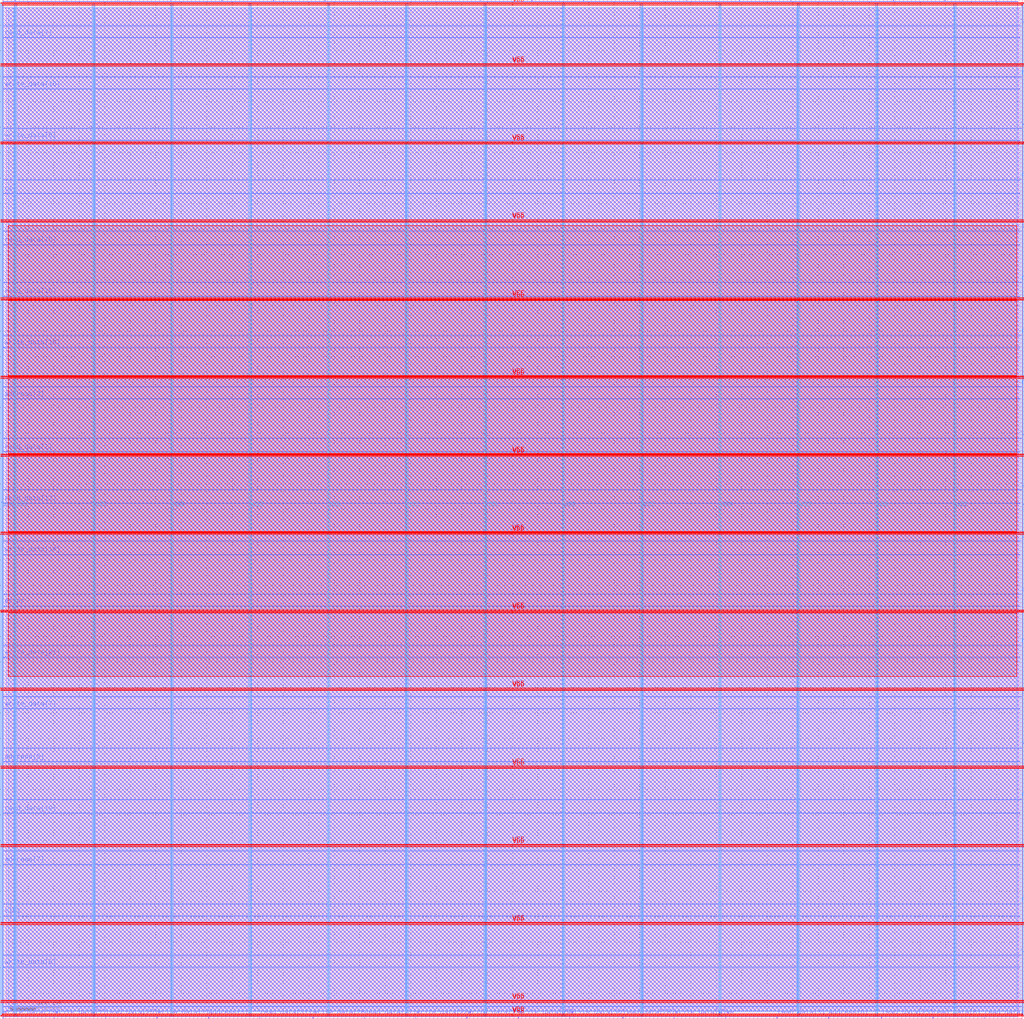
<source format=lef>
VERSION 5.7 ;
  NOWIREEXTENSIONATPIN ON ;
  DIVIDERCHAR "/" ;
  BUSBITCHARS "[]" ;
MACRO top_tukka_proj
  CLASS BLOCK ;
  FOREIGN top_tukka_proj ;
  ORIGIN 0.000 0.000 ;
  SIZE 2000.000 BY 2000.000 ;
  PIN VDD
    DIRECTION INOUT ;
    USE POWER ;
    PORT
      LAYER Metal4 ;
        RECT -0.880 8.080 0.720 1991.120 ;
    END
    PORT
      LAYER Metal5 ;
        RECT -0.880 8.080 2000.640 9.680 ;
    END
    PORT
      LAYER Metal5 ;
        RECT -0.880 1989.520 2000.640 1991.120 ;
    END
    PORT
      LAYER Metal4 ;
        RECT 1999.040 8.080 2000.640 1991.120 ;
    END
    PORT
      LAYER Metal4 ;
        RECT 22.240 4.780 23.840 1994.420 ;
    END
    PORT
      LAYER Metal4 ;
        RECT 175.840 4.780 177.440 1994.420 ;
    END
    PORT
      LAYER Metal4 ;
        RECT 329.440 4.780 331.040 1994.420 ;
    END
    PORT
      LAYER Metal4 ;
        RECT 483.040 4.780 484.640 1994.420 ;
    END
    PORT
      LAYER Metal4 ;
        RECT 636.640 4.780 638.240 1994.420 ;
    END
    PORT
      LAYER Metal4 ;
        RECT 790.240 4.780 791.840 1994.420 ;
    END
    PORT
      LAYER Metal4 ;
        RECT 943.840 4.780 945.440 1994.420 ;
    END
    PORT
      LAYER Metal4 ;
        RECT 1097.440 4.780 1099.040 1994.420 ;
    END
    PORT
      LAYER Metal4 ;
        RECT 1251.040 4.780 1252.640 1994.420 ;
    END
    PORT
      LAYER Metal4 ;
        RECT 1404.640 4.780 1406.240 1994.420 ;
    END
    PORT
      LAYER Metal4 ;
        RECT 1558.240 4.780 1559.840 1994.420 ;
    END
    PORT
      LAYER Metal4 ;
        RECT 1711.840 4.780 1713.440 1994.420 ;
    END
    PORT
      LAYER Metal4 ;
        RECT 1865.440 4.780 1867.040 1994.420 ;
    END
    PORT
      LAYER Metal5 ;
        RECT -4.180 31.530 2003.940 33.130 ;
    END
    PORT
      LAYER Metal5 ;
        RECT -4.180 184.710 2003.940 186.310 ;
    END
    PORT
      LAYER Metal5 ;
        RECT -4.180 337.890 2003.940 339.490 ;
    END
    PORT
      LAYER Metal5 ;
        RECT -4.180 491.070 2003.940 492.670 ;
    END
    PORT
      LAYER Metal5 ;
        RECT -4.180 644.250 2003.940 645.850 ;
    END
    PORT
      LAYER Metal5 ;
        RECT -4.180 797.430 2003.940 799.030 ;
    END
    PORT
      LAYER Metal5 ;
        RECT -4.180 950.610 2003.940 952.210 ;
    END
    PORT
      LAYER Metal5 ;
        RECT -4.180 1103.790 2003.940 1105.390 ;
    END
    PORT
      LAYER Metal5 ;
        RECT -4.180 1256.970 2003.940 1258.570 ;
    END
    PORT
      LAYER Metal5 ;
        RECT -4.180 1410.150 2003.940 1411.750 ;
    END
    PORT
      LAYER Metal5 ;
        RECT -4.180 1563.330 2003.940 1564.930 ;
    END
    PORT
      LAYER Metal5 ;
        RECT -4.180 1716.510 2003.940 1718.110 ;
    END
    PORT
      LAYER Metal5 ;
        RECT -4.180 1869.690 2003.940 1871.290 ;
    END
  END VDD
  PIN VSS
    DIRECTION INOUT ;
    USE GROUND ;
    PORT
      LAYER Metal4 ;
        RECT -4.180 4.780 -2.580 1994.420 ;
    END
    PORT
      LAYER Metal5 ;
        RECT -4.180 4.780 2003.940 6.380 ;
    END
    PORT
      LAYER Metal5 ;
        RECT -4.180 1992.820 2003.940 1994.420 ;
    END
    PORT
      LAYER Metal4 ;
        RECT 2002.340 4.780 2003.940 1994.420 ;
    END
    PORT
      LAYER Metal4 ;
        RECT 25.540 4.780 27.140 1994.420 ;
    END
    PORT
      LAYER Metal4 ;
        RECT 179.140 4.780 180.740 1994.420 ;
    END
    PORT
      LAYER Metal4 ;
        RECT 332.740 4.780 334.340 1994.420 ;
    END
    PORT
      LAYER Metal4 ;
        RECT 486.340 4.780 487.940 1994.420 ;
    END
    PORT
      LAYER Metal4 ;
        RECT 639.940 4.780 641.540 1994.420 ;
    END
    PORT
      LAYER Metal4 ;
        RECT 793.540 4.780 795.140 1994.420 ;
    END
    PORT
      LAYER Metal4 ;
        RECT 947.140 4.780 948.740 1994.420 ;
    END
    PORT
      LAYER Metal4 ;
        RECT 1100.740 4.780 1102.340 1994.420 ;
    END
    PORT
      LAYER Metal4 ;
        RECT 1254.340 4.780 1255.940 1994.420 ;
    END
    PORT
      LAYER Metal4 ;
        RECT 1407.940 4.780 1409.540 1994.420 ;
    END
    PORT
      LAYER Metal4 ;
        RECT 1561.540 4.780 1563.140 1994.420 ;
    END
    PORT
      LAYER Metal4 ;
        RECT 1715.140 4.780 1716.740 1994.420 ;
    END
    PORT
      LAYER Metal4 ;
        RECT 1868.740 4.780 1870.340 1994.420 ;
    END
    PORT
      LAYER Metal5 ;
        RECT -4.180 34.830 2003.940 36.430 ;
    END
    PORT
      LAYER Metal5 ;
        RECT -4.180 188.010 2003.940 189.610 ;
    END
    PORT
      LAYER Metal5 ;
        RECT -4.180 341.190 2003.940 342.790 ;
    END
    PORT
      LAYER Metal5 ;
        RECT -4.180 494.370 2003.940 495.970 ;
    END
    PORT
      LAYER Metal5 ;
        RECT -4.180 647.550 2003.940 649.150 ;
    END
    PORT
      LAYER Metal5 ;
        RECT -4.180 800.730 2003.940 802.330 ;
    END
    PORT
      LAYER Metal5 ;
        RECT -4.180 953.910 2003.940 955.510 ;
    END
    PORT
      LAYER Metal5 ;
        RECT -4.180 1107.090 2003.940 1108.690 ;
    END
    PORT
      LAYER Metal5 ;
        RECT -4.180 1260.270 2003.940 1261.870 ;
    END
    PORT
      LAYER Metal5 ;
        RECT -4.180 1413.450 2003.940 1415.050 ;
    END
    PORT
      LAYER Metal5 ;
        RECT -4.180 1566.630 2003.940 1568.230 ;
    END
    PORT
      LAYER Metal5 ;
        RECT -4.180 1719.810 2003.940 1721.410 ;
    END
    PORT
      LAYER Metal5 ;
        RECT -4.180 1872.990 2003.940 1874.590 ;
    END
  END VSS
  PIN address[0]
    DIRECTION INPUT ;
    USE SIGNAL ;
    PORT
      LAYER Metal3 ;
        RECT 1996.000 1545.600 1999.000 1546.160 ;
    END
  END address[0]
  PIN address[1]
    DIRECTION INPUT ;
    USE SIGNAL ;
    PORT
      LAYER Metal2 ;
        RECT 1139.040 1996.000 1139.600 1999.000 ;
    END
  END address[1]
  PIN address[2]
    DIRECTION INPUT ;
    USE SIGNAL ;
    PORT
      LAYER Metal3 ;
        RECT 1.000 1216.320 4.000 1216.880 ;
    END
  END address[2]
  PIN address[3]
    DIRECTION INPUT ;
    USE SIGNAL ;
    PORT
      LAYER Metal2 ;
        RECT 403.200 1.000 403.760 4.000 ;
    END
  END address[3]
  PIN address[4]
    DIRECTION INPUT ;
    USE SIGNAL ;
    PORT
      LAYER Metal3 ;
        RECT 1996.000 530.880 1999.000 531.440 ;
    END
  END address[4]
  PIN address[5]
    DIRECTION INPUT ;
    USE SIGNAL ;
    PORT
      LAYER Metal3 ;
        RECT 1.000 504.000 4.000 504.560 ;
    END
  END address[5]
  PIN address[6]
    DIRECTION INPUT ;
    USE SIGNAL ;
    PORT
      LAYER Metal2 ;
        RECT 1619.520 1.000 1620.080 4.000 ;
    END
  END address[6]
  PIN address[7]
    DIRECTION INPUT ;
    USE SIGNAL ;
    PORT
      LAYER Metal3 ;
        RECT 1.000 302.400 4.000 302.960 ;
    END
  END address[7]
  PIN clk1
    DIRECTION INPUT ;
    USE SIGNAL ;
    PORT
      LAYER Metal3 ;
        RECT 1.000 201.600 4.000 202.160 ;
    END
  END clk1
  PIN clk2
    DIRECTION INPUT ;
    USE SIGNAL ;
    PORT
      LAYER Metal3 ;
        RECT 1996.000 631.680 1999.000 632.240 ;
    END
  END clk2
  PIN cs
    DIRECTION INPUT ;
    USE SIGNAL ;
    PORT
      LAYER Metal3 ;
        RECT 1.000 1619.520 4.000 1620.080 ;
    END
  END cs
  PIN error
    DIRECTION OUTPUT TRISTATE ;
    USE SIGNAL ;
    PORT
      LAYER Metal3 ;
        RECT 1.000 809.760 4.000 810.320 ;
    END
  END error
  PIN read_data[0]
    DIRECTION OUTPUT TRISTATE ;
    USE SIGNAL ;
    PORT
      LAYER Metal2 ;
        RECT 1925.280 1.000 1925.840 4.000 ;
    END
  END read_data[0]
  PIN read_data[10]
    DIRECTION OUTPUT TRISTATE ;
    USE SIGNAL ;
    PORT
      LAYER Metal3 ;
        RECT 1.000 1417.920 4.000 1418.480 ;
    END
  END read_data[10]
  PIN read_data[11]
    DIRECTION OUTPUT TRISTATE ;
    USE SIGNAL ;
    PORT
      LAYER Metal2 ;
        RECT 23.520 1996.000 24.080 1999.000 ;
    END
  END read_data[11]
  PIN read_data[12]
    DIRECTION OUTPUT TRISTATE ;
    USE SIGNAL ;
    PORT
      LAYER Metal3 ;
        RECT 1.000 1011.360 4.000 1011.920 ;
    END
  END read_data[12]
  PIN read_data[13]
    DIRECTION OUTPUT TRISTATE ;
    USE SIGNAL ;
    PORT
      LAYER Metal2 ;
        RECT 1239.840 1996.000 1240.400 1999.000 ;
    END
  END read_data[13]
  PIN read_data[14]
    DIRECTION OUTPUT TRISTATE ;
    USE SIGNAL ;
    PORT
      LAYER Metal3 ;
        RECT 1996.000 430.080 1999.000 430.640 ;
    END
  END read_data[14]
  PIN read_data[15]
    DIRECTION OUTPUT TRISTATE ;
    USE SIGNAL ;
    PORT
      LAYER Metal3 ;
        RECT 1.000 1518.720 4.000 1519.280 ;
    END
  END read_data[15]
  PIN read_data[16]
    DIRECTION OUTPUT TRISTATE ;
    USE SIGNAL ;
    PORT
      LAYER Metal3 ;
        RECT 1996.000 732.480 1999.000 733.040 ;
    END
  END read_data[16]
  PIN read_data[17]
    DIRECTION OUTPUT TRISTATE ;
    USE SIGNAL ;
    PORT
      LAYER Metal2 ;
        RECT 1848.000 1996.000 1848.560 1999.000 ;
    END
  END read_data[17]
  PIN read_data[18]
    DIRECTION OUTPUT TRISTATE ;
    USE SIGNAL ;
    PORT
      LAYER Metal3 ;
        RECT 1996.000 1444.800 1999.000 1445.360 ;
    END
  END read_data[18]
  PIN read_data[19]
    DIRECTION OUTPUT TRISTATE ;
    USE SIGNAL ;
    PORT
      LAYER Metal3 ;
        RECT 1.000 403.200 4.000 403.760 ;
    END
  END read_data[19]
  PIN read_data[1]
    DIRECTION OUTPUT TRISTATE ;
    USE SIGNAL ;
    PORT
      LAYER Metal3 ;
        RECT 1996.000 1848.000 1999.000 1848.560 ;
    END
  END read_data[1]
  PIN read_data[20]
    DIRECTION OUTPUT TRISTATE ;
    USE SIGNAL ;
    PORT
      LAYER Metal3 ;
        RECT 1996.000 1239.840 1999.000 1240.400 ;
    END
  END read_data[20]
  PIN read_data[21]
    DIRECTION OUTPUT TRISTATE ;
    USE SIGNAL ;
    PORT
      LAYER Metal2 ;
        RECT 631.680 1996.000 632.240 1999.000 ;
    END
  END read_data[21]
  PIN read_data[22]
    DIRECTION OUTPUT TRISTATE ;
    USE SIGNAL ;
    PORT
      LAYER Metal3 ;
        RECT 1996.000 1646.400 1999.000 1646.960 ;
    END
  END read_data[22]
  PIN read_data[23]
    DIRECTION OUTPUT TRISTATE ;
    USE SIGNAL ;
    PORT
      LAYER Metal2 ;
        RECT 1723.680 1.000 1724.240 4.000 ;
    END
  END read_data[23]
  PIN read_data[24]
    DIRECTION OUTPUT TRISTATE ;
    USE SIGNAL ;
    PORT
      LAYER Metal3 ;
        RECT 1996.000 225.120 1999.000 225.680 ;
    END
  END read_data[24]
  PIN read_data[25]
    DIRECTION OUTPUT TRISTATE ;
    USE SIGNAL ;
    PORT
      LAYER Metal2 ;
        RECT 201.600 1.000 202.160 4.000 ;
    END
  END read_data[25]
  PIN read_data[26]
    DIRECTION OUTPUT TRISTATE ;
    USE SIGNAL ;
    PORT
      LAYER Metal2 ;
        RECT 1340.640 1996.000 1341.200 1999.000 ;
    END
  END read_data[26]
  PIN read_data[27]
    DIRECTION OUTPUT TRISTATE ;
    USE SIGNAL ;
    PORT
      LAYER Metal2 ;
        RECT 708.960 1.000 709.520 4.000 ;
    END
  END read_data[27]
  PIN read_data[28]
    DIRECTION OUTPUT TRISTATE ;
    USE SIGNAL ;
    PORT
      LAYER Metal2 ;
        RECT 1216.320 1.000 1216.880 4.000 ;
    END
  END read_data[28]
  PIN read_data[29]
    DIRECTION OUTPUT TRISTATE ;
    USE SIGNAL ;
    PORT
      LAYER Metal3 ;
        RECT 1996.000 1340.640 1999.000 1341.200 ;
    END
  END read_data[29]
  PIN read_data[2]
    DIRECTION OUTPUT TRISTATE ;
    USE SIGNAL ;
    PORT
      LAYER Metal3 ;
        RECT 1.000 1112.160 4.000 1112.720 ;
    END
  END read_data[2]
  PIN read_data[30]
    DIRECTION OUTPUT TRISTATE ;
    USE SIGNAL ;
    PORT
      LAYER Metal2 ;
        RECT 124.320 1996.000 124.880 1999.000 ;
    END
  END read_data[30]
  PIN read_data[31]
    DIRECTION OUTPUT TRISTATE ;
    USE SIGNAL ;
    PORT
      LAYER Metal2 ;
        RECT 504.000 1.000 504.560 4.000 ;
    END
  END read_data[31]
  PIN read_data[3]
    DIRECTION OUTPUT TRISTATE ;
    USE SIGNAL ;
    PORT
      LAYER Metal2 ;
        RECT 1518.720 1.000 1519.280 4.000 ;
    END
  END read_data[3]
  PIN read_data[4]
    DIRECTION OUTPUT TRISTATE ;
    USE SIGNAL ;
    PORT
      LAYER Metal2 ;
        RECT 1545.600 1996.000 1546.160 1999.000 ;
    END
  END read_data[4]
  PIN read_data[5]
    DIRECTION OUTPUT TRISTATE ;
    USE SIGNAL ;
    PORT
      LAYER Metal3 ;
        RECT 1996.000 23.520 1999.000 24.080 ;
    END
  END read_data[5]
  PIN read_data[6]
    DIRECTION OUTPUT TRISTATE ;
    USE SIGNAL ;
    PORT
      LAYER Metal2 ;
        RECT 732.480 1996.000 733.040 1999.000 ;
    END
  END read_data[6]
  PIN read_data[7]
    DIRECTION OUTPUT TRISTATE ;
    USE SIGNAL ;
    PORT
      LAYER Metal3 ;
        RECT 1.000 1925.280 4.000 1925.840 ;
    END
  END read_data[7]
  PIN read_data[8]
    DIRECTION OUTPUT TRISTATE ;
    USE SIGNAL ;
    PORT
      LAYER Metal2 ;
        RECT 1824.480 1.000 1825.040 4.000 ;
    END
  END read_data[8]
  PIN read_data[9]
    DIRECTION OUTPUT TRISTATE ;
    USE SIGNAL ;
    PORT
      LAYER Metal2 ;
        RECT 833.280 1996.000 833.840 1999.000 ;
    END
  END read_data[9]
  PIN reset_n
    DIRECTION INPUT ;
    USE SIGNAL ;
    PORT
      LAYER Metal3 ;
        RECT 1996.000 329.280 1999.000 329.840 ;
    END
  END reset_n
  PIN sel_clk2
    DIRECTION INPUT ;
    USE SIGNAL ;
    PORT
      LAYER Metal3 ;
        RECT 1996.000 833.280 1999.000 833.840 ;
    END
  END sel_clk2
  PIN we
    DIRECTION INPUT ;
    USE SIGNAL ;
    PORT
      LAYER Metal2 ;
        RECT 1417.920 1.000 1418.480 4.000 ;
    END
  END we
  PIN write_data[0]
    DIRECTION INPUT ;
    USE SIGNAL ;
    PORT
      LAYER Metal3 ;
        RECT 1.000 100.800 4.000 101.360 ;
    END
  END write_data[0]
  PIN write_data[10]
    DIRECTION INPUT ;
    USE SIGNAL ;
    PORT
      LAYER Metal3 ;
        RECT 1.000 1824.480 4.000 1825.040 ;
    END
  END write_data[10]
  PIN write_data[11]
    DIRECTION INPUT ;
    USE SIGNAL ;
    PORT
      LAYER Metal2 ;
        RECT 1038.240 1996.000 1038.800 1999.000 ;
    END
  END write_data[11]
  PIN write_data[12]
    DIRECTION INPUT ;
    USE SIGNAL ;
    PORT
      LAYER Metal2 ;
        RECT 910.560 1.000 911.120 4.000 ;
    END
  END write_data[12]
  PIN write_data[13]
    DIRECTION INPUT ;
    USE SIGNAL ;
    PORT
      LAYER Metal2 ;
        RECT 0.000 1.000 0.560 4.000 ;
    END
  END write_data[13]
  PIN write_data[14]
    DIRECTION INPUT ;
    USE SIGNAL ;
    PORT
      LAYER Metal3 ;
        RECT 1.000 910.560 4.000 911.120 ;
    END
  END write_data[14]
  PIN write_data[15]
    DIRECTION INPUT ;
    USE SIGNAL ;
    PORT
      LAYER Metal2 ;
        RECT 937.440 1996.000 938.000 1999.000 ;
    END
  END write_data[15]
  PIN write_data[16]
    DIRECTION INPUT ;
    USE SIGNAL ;
    PORT
      LAYER Metal2 ;
        RECT 1444.800 1996.000 1445.360 1999.000 ;
    END
  END write_data[16]
  PIN write_data[17]
    DIRECTION INPUT ;
    USE SIGNAL ;
    PORT
      LAYER Metal2 ;
        RECT 1948.800 1996.000 1949.360 1999.000 ;
    END
  END write_data[17]
  PIN write_data[18]
    DIRECTION INPUT ;
    USE SIGNAL ;
    PORT
      LAYER Metal2 ;
        RECT 430.080 1996.000 430.640 1999.000 ;
    END
  END write_data[18]
  PIN write_data[19]
    DIRECTION INPUT ;
    USE SIGNAL ;
    PORT
      LAYER Metal3 ;
        RECT 1.000 1317.120 4.000 1317.680 ;
    END
  END write_data[19]
  PIN write_data[1]
    DIRECTION INPUT ;
    USE SIGNAL ;
    PORT
      LAYER Metal2 ;
        RECT 100.800 1.000 101.360 4.000 ;
    END
  END write_data[1]
  PIN write_data[20]
    DIRECTION INPUT ;
    USE SIGNAL ;
    PORT
      LAYER Metal3 ;
        RECT 1996.000 1948.800 1999.000 1949.360 ;
    END
  END write_data[20]
  PIN write_data[21]
    DIRECTION INPUT ;
    USE SIGNAL ;
    PORT
      LAYER Metal3 ;
        RECT 1.000 708.960 4.000 709.520 ;
    END
  END write_data[21]
  PIN write_data[22]
    DIRECTION INPUT ;
    USE SIGNAL ;
    PORT
      LAYER Metal2 ;
        RECT 809.760 1.000 810.320 4.000 ;
    END
  END write_data[22]
  PIN write_data[23]
    DIRECTION INPUT ;
    USE SIGNAL ;
    PORT
      LAYER Metal3 ;
        RECT 1996.000 1747.200 1999.000 1747.760 ;
    END
  END write_data[23]
  PIN write_data[24]
    DIRECTION INPUT ;
    USE SIGNAL ;
    PORT
      LAYER Metal3 ;
        RECT 1996.000 124.320 1999.000 124.880 ;
    END
  END write_data[24]
  PIN write_data[25]
    DIRECTION INPUT ;
    USE SIGNAL ;
    PORT
      LAYER Metal2 ;
        RECT 329.280 1996.000 329.840 1999.000 ;
    END
  END write_data[25]
  PIN write_data[26]
    DIRECTION INPUT ;
    USE SIGNAL ;
    PORT
      LAYER Metal3 ;
        RECT 1996.000 1038.240 1999.000 1038.800 ;
    END
  END write_data[26]
  PIN write_data[27]
    DIRECTION INPUT ;
    USE SIGNAL ;
    PORT
      LAYER Metal2 ;
        RECT 302.400 1.000 302.960 4.000 ;
    END
  END write_data[27]
  PIN write_data[28]
    DIRECTION INPUT ;
    USE SIGNAL ;
    PORT
      LAYER Metal2 ;
        RECT 608.160 1.000 608.720 4.000 ;
    END
  END write_data[28]
  PIN write_data[29]
    DIRECTION INPUT ;
    USE SIGNAL ;
    PORT
      LAYER Metal2 ;
        RECT 1011.360 1.000 1011.920 4.000 ;
    END
  END write_data[29]
  PIN write_data[2]
    DIRECTION INPUT ;
    USE SIGNAL ;
    PORT
      LAYER Metal3 ;
        RECT 1996.000 1139.040 1999.000 1139.600 ;
    END
  END write_data[2]
  PIN write_data[30]
    DIRECTION INPUT ;
    USE SIGNAL ;
    PORT
      LAYER Metal2 ;
        RECT 1112.160 1.000 1112.720 4.000 ;
    END
  END write_data[30]
  PIN write_data[31]
    DIRECTION INPUT ;
    USE SIGNAL ;
    PORT
      LAYER Metal2 ;
        RECT 1747.200 1996.000 1747.760 1999.000 ;
    END
  END write_data[31]
  PIN write_data[3]
    DIRECTION INPUT ;
    USE SIGNAL ;
    PORT
      LAYER Metal2 ;
        RECT 1646.400 1996.000 1646.960 1999.000 ;
    END
  END write_data[3]
  PIN write_data[4]
    DIRECTION INPUT ;
    USE SIGNAL ;
    PORT
      LAYER Metal2 ;
        RECT 225.120 1996.000 225.680 1999.000 ;
    END
  END write_data[4]
  PIN write_data[5]
    DIRECTION INPUT ;
    USE SIGNAL ;
    PORT
      LAYER Metal2 ;
        RECT 530.880 1996.000 531.440 1999.000 ;
    END
  END write_data[5]
  PIN write_data[6]
    DIRECTION INPUT ;
    USE SIGNAL ;
    PORT
      LAYER Metal2 ;
        RECT 1317.120 1.000 1317.680 4.000 ;
    END
  END write_data[6]
  PIN write_data[7]
    DIRECTION INPUT ;
    USE SIGNAL ;
    PORT
      LAYER Metal3 ;
        RECT 1.000 608.160 4.000 608.720 ;
    END
  END write_data[7]
  PIN write_data[8]
    DIRECTION INPUT ;
    USE SIGNAL ;
    PORT
      LAYER Metal3 ;
        RECT 1.000 1723.680 4.000 1724.240 ;
    END
  END write_data[8]
  PIN write_data[9]
    DIRECTION INPUT ;
    USE SIGNAL ;
    PORT
      LAYER Metal3 ;
        RECT 1996.000 937.440 1999.000 938.000 ;
    END
  END write_data[9]
  OBS
      LAYER Metal1 ;
        RECT 6.720 15.380 1993.040 1983.820 ;
      LAYER Metal2 ;
        RECT 0.140 1995.700 23.220 1996.820 ;
        RECT 24.380 1995.700 124.020 1996.820 ;
        RECT 125.180 1995.700 224.820 1996.820 ;
        RECT 225.980 1995.700 328.980 1996.820 ;
        RECT 330.140 1995.700 429.780 1996.820 ;
        RECT 430.940 1995.700 530.580 1996.820 ;
        RECT 531.740 1995.700 631.380 1996.820 ;
        RECT 632.540 1995.700 732.180 1996.820 ;
        RECT 733.340 1995.700 832.980 1996.820 ;
        RECT 834.140 1995.700 937.140 1996.820 ;
        RECT 938.300 1995.700 1037.940 1996.820 ;
        RECT 1039.100 1995.700 1138.740 1996.820 ;
        RECT 1139.900 1995.700 1239.540 1996.820 ;
        RECT 1240.700 1995.700 1340.340 1996.820 ;
        RECT 1341.500 1995.700 1444.500 1996.820 ;
        RECT 1445.660 1995.700 1545.300 1996.820 ;
        RECT 1546.460 1995.700 1646.100 1996.820 ;
        RECT 1647.260 1995.700 1746.900 1996.820 ;
        RECT 1748.060 1995.700 1847.700 1996.820 ;
        RECT 1848.860 1995.700 1948.500 1996.820 ;
        RECT 1949.660 1995.700 1991.220 1996.820 ;
        RECT 0.140 4.300 1991.220 1995.700 ;
        RECT 0.860 3.500 100.500 4.300 ;
        RECT 101.660 3.500 201.300 4.300 ;
        RECT 202.460 3.500 302.100 4.300 ;
        RECT 303.260 3.500 402.900 4.300 ;
        RECT 404.060 3.500 503.700 4.300 ;
        RECT 504.860 3.500 607.860 4.300 ;
        RECT 609.020 3.500 708.660 4.300 ;
        RECT 709.820 3.500 809.460 4.300 ;
        RECT 810.620 3.500 910.260 4.300 ;
        RECT 911.420 3.500 1011.060 4.300 ;
        RECT 1012.220 3.500 1111.860 4.300 ;
        RECT 1113.020 3.500 1216.020 4.300 ;
        RECT 1217.180 3.500 1316.820 4.300 ;
        RECT 1317.980 3.500 1417.620 4.300 ;
        RECT 1418.780 3.500 1518.420 4.300 ;
        RECT 1519.580 3.500 1619.220 4.300 ;
        RECT 1620.380 3.500 1723.380 4.300 ;
        RECT 1724.540 3.500 1824.180 4.300 ;
        RECT 1825.340 3.500 1924.980 4.300 ;
        RECT 1926.140 3.500 1991.220 4.300 ;
      LAYER Metal3 ;
        RECT 0.090 1949.660 1996.000 1984.500 ;
        RECT 0.090 1948.500 1995.700 1949.660 ;
        RECT 0.090 1926.140 1996.000 1948.500 ;
        RECT 0.090 1924.980 0.700 1926.140 ;
        RECT 4.300 1924.980 1996.000 1926.140 ;
        RECT 0.090 1848.860 1996.000 1924.980 ;
        RECT 0.090 1847.700 1995.700 1848.860 ;
        RECT 0.090 1825.340 1996.000 1847.700 ;
        RECT 0.090 1824.180 0.700 1825.340 ;
        RECT 4.300 1824.180 1996.000 1825.340 ;
        RECT 0.090 1748.060 1996.000 1824.180 ;
        RECT 0.090 1746.900 1995.700 1748.060 ;
        RECT 0.090 1724.540 1996.000 1746.900 ;
        RECT 0.090 1723.380 0.700 1724.540 ;
        RECT 4.300 1723.380 1996.000 1724.540 ;
        RECT 0.090 1647.260 1996.000 1723.380 ;
        RECT 0.090 1646.100 1995.700 1647.260 ;
        RECT 0.090 1620.380 1996.000 1646.100 ;
        RECT 0.090 1619.220 0.700 1620.380 ;
        RECT 4.300 1619.220 1996.000 1620.380 ;
        RECT 0.090 1546.460 1996.000 1619.220 ;
        RECT 0.090 1545.300 1995.700 1546.460 ;
        RECT 0.090 1519.580 1996.000 1545.300 ;
        RECT 0.090 1518.420 0.700 1519.580 ;
        RECT 4.300 1518.420 1996.000 1519.580 ;
        RECT 0.090 1445.660 1996.000 1518.420 ;
        RECT 0.090 1444.500 1995.700 1445.660 ;
        RECT 0.090 1418.780 1996.000 1444.500 ;
        RECT 0.090 1417.620 0.700 1418.780 ;
        RECT 4.300 1417.620 1996.000 1418.780 ;
        RECT 0.090 1341.500 1996.000 1417.620 ;
        RECT 0.090 1340.340 1995.700 1341.500 ;
        RECT 0.090 1317.980 1996.000 1340.340 ;
        RECT 0.090 1316.820 0.700 1317.980 ;
        RECT 4.300 1316.820 1996.000 1317.980 ;
        RECT 0.090 1240.700 1996.000 1316.820 ;
        RECT 0.090 1239.540 1995.700 1240.700 ;
        RECT 0.090 1217.180 1996.000 1239.540 ;
        RECT 0.090 1216.020 0.700 1217.180 ;
        RECT 4.300 1216.020 1996.000 1217.180 ;
        RECT 0.090 1139.900 1996.000 1216.020 ;
        RECT 0.090 1138.740 1995.700 1139.900 ;
        RECT 0.090 1113.020 1996.000 1138.740 ;
        RECT 0.090 1111.860 0.700 1113.020 ;
        RECT 4.300 1111.860 1996.000 1113.020 ;
        RECT 0.090 1039.100 1996.000 1111.860 ;
        RECT 0.090 1037.940 1995.700 1039.100 ;
        RECT 0.090 1012.220 1996.000 1037.940 ;
        RECT 0.090 1011.060 0.700 1012.220 ;
        RECT 4.300 1011.060 1996.000 1012.220 ;
        RECT 0.090 938.300 1996.000 1011.060 ;
        RECT 0.090 937.140 1995.700 938.300 ;
        RECT 0.090 911.420 1996.000 937.140 ;
        RECT 0.090 910.260 0.700 911.420 ;
        RECT 4.300 910.260 1996.000 911.420 ;
        RECT 0.090 834.140 1996.000 910.260 ;
        RECT 0.090 832.980 1995.700 834.140 ;
        RECT 0.090 810.620 1996.000 832.980 ;
        RECT 0.090 809.460 0.700 810.620 ;
        RECT 4.300 809.460 1996.000 810.620 ;
        RECT 0.090 733.340 1996.000 809.460 ;
        RECT 0.090 732.180 1995.700 733.340 ;
        RECT 0.090 709.820 1996.000 732.180 ;
        RECT 0.090 708.660 0.700 709.820 ;
        RECT 4.300 708.660 1996.000 709.820 ;
        RECT 0.090 632.540 1996.000 708.660 ;
        RECT 0.090 631.380 1995.700 632.540 ;
        RECT 0.090 609.020 1996.000 631.380 ;
        RECT 0.090 607.860 0.700 609.020 ;
        RECT 4.300 607.860 1996.000 609.020 ;
        RECT 0.090 531.740 1996.000 607.860 ;
        RECT 0.090 530.580 1995.700 531.740 ;
        RECT 0.090 504.860 1996.000 530.580 ;
        RECT 0.090 503.700 0.700 504.860 ;
        RECT 4.300 503.700 1996.000 504.860 ;
        RECT 0.090 430.940 1996.000 503.700 ;
        RECT 0.090 429.780 1995.700 430.940 ;
        RECT 0.090 404.060 1996.000 429.780 ;
        RECT 0.090 402.900 0.700 404.060 ;
        RECT 4.300 402.900 1996.000 404.060 ;
        RECT 0.090 330.140 1996.000 402.900 ;
        RECT 0.090 328.980 1995.700 330.140 ;
        RECT 0.090 303.260 1996.000 328.980 ;
        RECT 0.090 302.100 0.700 303.260 ;
        RECT 4.300 302.100 1996.000 303.260 ;
        RECT 0.090 225.980 1996.000 302.100 ;
        RECT 0.090 224.820 1995.700 225.980 ;
        RECT 0.090 202.460 1996.000 224.820 ;
        RECT 0.090 201.300 0.700 202.460 ;
        RECT 4.300 201.300 1996.000 202.460 ;
        RECT 0.090 125.180 1996.000 201.300 ;
        RECT 0.090 124.020 1995.700 125.180 ;
        RECT 0.090 101.660 1996.000 124.020 ;
        RECT 0.090 100.500 0.700 101.660 ;
        RECT 4.300 100.500 1996.000 101.660 ;
        RECT 0.090 24.380 1996.000 100.500 ;
        RECT 0.090 23.220 1995.700 24.380 ;
        RECT 0.090 14.700 1996.000 23.220 ;
      LAYER Metal4 ;
        RECT 10.780 15.770 21.940 1984.550 ;
        RECT 24.140 15.770 25.240 1984.550 ;
        RECT 27.440 15.770 175.540 1984.550 ;
        RECT 177.740 15.770 178.840 1984.550 ;
        RECT 181.040 15.770 329.140 1984.550 ;
        RECT 331.340 15.770 332.440 1984.550 ;
        RECT 334.640 15.770 482.740 1984.550 ;
        RECT 484.940 15.770 486.040 1984.550 ;
        RECT 488.240 15.770 636.340 1984.550 ;
        RECT 638.540 15.770 639.640 1984.550 ;
        RECT 641.840 15.770 789.940 1984.550 ;
        RECT 792.140 15.770 793.240 1984.550 ;
        RECT 795.440 15.770 943.540 1984.550 ;
        RECT 945.740 15.770 946.840 1984.550 ;
        RECT 949.040 15.770 1097.140 1984.550 ;
        RECT 1099.340 15.770 1100.440 1984.550 ;
        RECT 1102.640 15.770 1250.740 1984.550 ;
        RECT 1252.940 15.770 1254.040 1984.550 ;
        RECT 1256.240 15.770 1404.340 1984.550 ;
        RECT 1406.540 15.770 1407.640 1984.550 ;
        RECT 1409.840 15.770 1557.940 1984.550 ;
        RECT 1560.140 15.770 1561.240 1984.550 ;
        RECT 1563.440 15.770 1711.540 1984.550 ;
        RECT 1713.740 15.770 1714.840 1984.550 ;
        RECT 1717.040 15.770 1865.140 1984.550 ;
        RECT 1867.340 15.770 1868.440 1984.550 ;
        RECT 1870.640 15.770 1988.980 1984.550 ;
      LAYER Metal5 ;
        RECT 10.700 1415.550 1989.060 1556.740 ;
        RECT 10.700 1412.250 1989.060 1412.950 ;
        RECT 10.700 1262.370 1989.060 1409.650 ;
        RECT 10.700 1259.070 1989.060 1259.770 ;
        RECT 10.700 1109.190 1989.060 1256.470 ;
        RECT 10.700 1105.890 1989.060 1106.590 ;
        RECT 10.700 956.010 1989.060 1103.290 ;
        RECT 10.700 952.710 1989.060 953.410 ;
        RECT 10.700 802.830 1989.060 950.110 ;
        RECT 10.700 799.530 1989.060 800.230 ;
        RECT 10.700 672.060 1989.060 796.930 ;
  END
END top_tukka_proj
END LIBRARY


</source>
